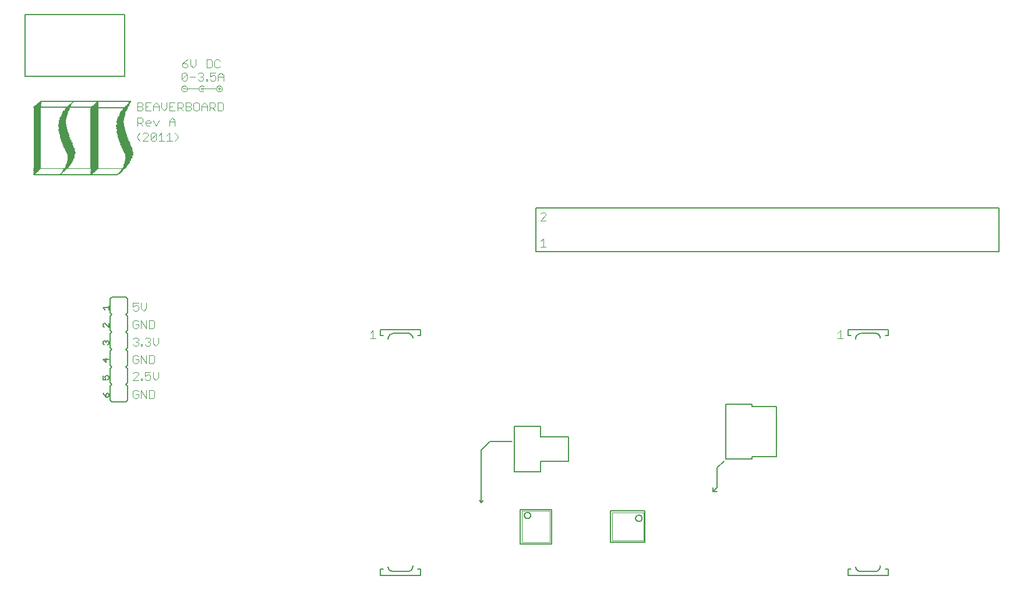
<source format=gto>
G75*
G70*
%OFA0B0*%
%FSLAX24Y24*%
%IPPOS*%
%LPD*%
%AMOC8*
5,1,8,0,0,1.08239X$1,22.5*
%
%ADD10R,0.4830X0.0030*%
%ADD11R,0.4860X0.0030*%
%ADD12R,0.0090X0.0030*%
%ADD13R,0.0060X0.0030*%
%ADD14R,0.0120X0.0030*%
%ADD15R,0.0150X0.0030*%
%ADD16R,0.0180X0.0030*%
%ADD17R,0.0210X0.0030*%
%ADD18R,0.0240X0.0030*%
%ADD19R,0.0270X0.0030*%
%ADD20R,0.0300X0.0030*%
%ADD21R,0.0330X0.0030*%
%ADD22R,0.0360X0.0030*%
%ADD23R,0.0390X0.0030*%
%ADD24R,0.0420X0.0030*%
%ADD25R,0.5220X0.0030*%
%ADD26R,0.5250X0.0030*%
%ADD27R,0.0450X0.0030*%
%ADD28R,0.0480X0.0030*%
%ADD29R,0.0510X0.0030*%
%ADD30R,0.0540X0.0030*%
%ADD31R,0.0570X0.0030*%
%ADD32R,0.2130X0.0030*%
%ADD33R,0.5400X0.0030*%
%ADD34R,0.3720X0.0030*%
%ADD35R,0.5190X0.0030*%
%ADD36C,0.0040*%
%ADD37C,0.0030*%
%ADD38C,0.0060*%
%ADD39C,0.0020*%
%ADD40C,0.0050*%
%ADD41C,0.0080*%
D10*
X003736Y027912D03*
D11*
X003751Y027942D03*
D12*
X002986Y028092D03*
X002956Y028062D03*
X002926Y028032D03*
X002896Y028002D03*
X001366Y027972D03*
X004636Y027972D03*
X003466Y031992D03*
X003496Y032022D03*
X003526Y032052D03*
X003556Y032082D03*
X006796Y032022D03*
D13*
X002881Y027972D03*
D14*
X003031Y028122D03*
X001381Y028002D03*
X004651Y028002D03*
X006181Y027972D03*
X006211Y028002D03*
X006241Y028032D03*
X006271Y028062D03*
X006301Y028092D03*
X006331Y028122D03*
X006361Y028152D03*
X006751Y031962D03*
X006781Y031992D03*
X006811Y032052D03*
X006841Y032082D03*
X004981Y032082D03*
X003451Y031962D03*
X003421Y031932D03*
X001711Y032082D03*
D15*
X003376Y031872D03*
X003406Y031902D03*
X004966Y032052D03*
X006706Y031902D03*
X006736Y031932D03*
X006436Y028242D03*
X006406Y028212D03*
X006376Y028182D03*
X004666Y028032D03*
X003106Y028212D03*
X003076Y028182D03*
X003046Y028152D03*
X001396Y028032D03*
D16*
X001411Y028062D03*
X003121Y028242D03*
X004681Y028062D03*
X006511Y028332D03*
X006661Y031842D03*
X006691Y031872D03*
X004951Y032022D03*
X003361Y031842D03*
X001681Y032052D03*
D17*
X001666Y032022D03*
X003286Y031752D03*
X004936Y031992D03*
X006646Y031812D03*
X006586Y028452D03*
X006556Y028422D03*
X006556Y028392D03*
X006526Y028362D03*
X003256Y028422D03*
X003226Y028392D03*
X003226Y028362D03*
X003196Y028332D03*
X001426Y028092D03*
D18*
X003271Y028452D03*
X003301Y028482D03*
X003331Y028542D03*
X004711Y028092D03*
X006601Y028482D03*
X006541Y031662D03*
X006571Y031692D03*
X006571Y031722D03*
X004921Y031962D03*
X003271Y031722D03*
X003241Y031662D03*
X001651Y031992D03*
D19*
X001636Y031962D03*
X003196Y031602D03*
X003226Y031632D03*
X003256Y031692D03*
X004906Y031932D03*
X006496Y031572D03*
X006526Y031632D03*
X006676Y028602D03*
X006646Y028572D03*
X006646Y028542D03*
X006616Y028512D03*
X004726Y028122D03*
X003376Y028632D03*
X003346Y028572D03*
X003316Y028512D03*
X001456Y028122D03*
D20*
X001471Y028152D03*
X003361Y028602D03*
X003391Y028662D03*
X003421Y028722D03*
X004741Y028152D03*
X006691Y028632D03*
X006691Y028662D03*
X006721Y028692D03*
X006721Y028722D03*
X006451Y031482D03*
X006451Y031512D03*
X006481Y031542D03*
X006511Y031602D03*
X003181Y031572D03*
X003181Y031542D03*
X003151Y031512D03*
X001621Y031932D03*
D21*
X003106Y031422D03*
X003106Y031392D03*
X003076Y031332D03*
X003136Y031452D03*
X003136Y031482D03*
X004876Y031902D03*
X006406Y031422D03*
X006406Y031392D03*
X006436Y031452D03*
X006736Y028752D03*
X004756Y028182D03*
X003436Y028752D03*
X003436Y028782D03*
X003406Y028692D03*
X001486Y028182D03*
D22*
X001501Y028212D03*
X003451Y028812D03*
X003451Y028842D03*
X004771Y028212D03*
X006751Y028782D03*
X006751Y028812D03*
X006751Y028842D03*
X006781Y028902D03*
X006331Y031182D03*
X006361Y031272D03*
X006361Y031302D03*
X006391Y031332D03*
X006391Y031362D03*
X004861Y031872D03*
X003091Y031362D03*
X003061Y031302D03*
X003061Y031272D03*
X003031Y031212D03*
X003001Y031092D03*
X001591Y031902D03*
D23*
X001576Y031872D03*
X003016Y031182D03*
X003016Y031152D03*
X003016Y031122D03*
X002986Y031062D03*
X002986Y031032D03*
X002986Y031002D03*
X002986Y030972D03*
X002986Y030942D03*
X003046Y031242D03*
X004846Y031842D03*
X006346Y031242D03*
X006346Y031212D03*
X006316Y031152D03*
X006316Y031122D03*
X006316Y031092D03*
X006286Y031032D03*
X006286Y031002D03*
X006286Y030972D03*
X006286Y030942D03*
X006286Y030912D03*
X006796Y028932D03*
X006766Y028872D03*
X003466Y028872D03*
X003466Y028902D03*
X003466Y028932D03*
X001516Y028242D03*
D24*
X001531Y028332D03*
X001531Y028362D03*
X001531Y028392D03*
X001531Y028422D03*
X001531Y028452D03*
X001531Y028482D03*
X001531Y028512D03*
X001531Y028542D03*
X001531Y028572D03*
X001531Y028602D03*
X001531Y028632D03*
X001531Y028662D03*
X001531Y028692D03*
X001531Y028722D03*
X001531Y028752D03*
X001531Y028782D03*
X001531Y028812D03*
X001531Y028842D03*
X001531Y028872D03*
X001531Y028902D03*
X001531Y028932D03*
X001531Y028962D03*
X001531Y028992D03*
X001531Y029022D03*
X001531Y029052D03*
X001531Y029082D03*
X001531Y029112D03*
X001531Y029142D03*
X001531Y029172D03*
X001531Y029202D03*
X001531Y029232D03*
X001531Y029262D03*
X001531Y029292D03*
X001531Y029322D03*
X001531Y029352D03*
X001531Y029382D03*
X001531Y029412D03*
X001531Y029442D03*
X001531Y029472D03*
X001531Y029502D03*
X001531Y029532D03*
X001531Y029562D03*
X001531Y029592D03*
X001531Y029622D03*
X001531Y029652D03*
X001531Y029682D03*
X001531Y029712D03*
X001531Y029742D03*
X001531Y029772D03*
X001531Y029802D03*
X001531Y029832D03*
X001531Y029862D03*
X001531Y029892D03*
X001531Y029922D03*
X001531Y029952D03*
X001531Y029982D03*
X001531Y030012D03*
X001531Y030042D03*
X001531Y030072D03*
X001531Y030102D03*
X001531Y030132D03*
X001531Y030162D03*
X001531Y030192D03*
X001531Y030222D03*
X001531Y030252D03*
X001531Y030282D03*
X001531Y030312D03*
X001531Y030342D03*
X001531Y030372D03*
X001531Y030402D03*
X001531Y030432D03*
X001531Y030462D03*
X001531Y030492D03*
X001531Y030522D03*
X001531Y030552D03*
X001531Y030582D03*
X001531Y030612D03*
X001531Y030642D03*
X001531Y030672D03*
X001531Y030702D03*
X001531Y030732D03*
X001531Y030762D03*
X001531Y030792D03*
X001531Y030822D03*
X001531Y030852D03*
X001531Y030882D03*
X001531Y030912D03*
X001531Y030942D03*
X001531Y030972D03*
X001531Y031002D03*
X001531Y031032D03*
X001531Y031062D03*
X001531Y031092D03*
X001531Y031122D03*
X001531Y031152D03*
X001531Y031182D03*
X001531Y031212D03*
X001531Y031242D03*
X001531Y031272D03*
X001531Y031302D03*
X001531Y031332D03*
X001531Y031362D03*
X001531Y031392D03*
X001531Y031422D03*
X001531Y031452D03*
X001531Y031482D03*
X001531Y031512D03*
X001531Y031542D03*
X001531Y031572D03*
X001531Y031602D03*
X001531Y031632D03*
X001531Y031662D03*
X001531Y031692D03*
X001531Y031722D03*
X001531Y031752D03*
X001561Y031842D03*
X002971Y030912D03*
X002971Y030882D03*
X002971Y030852D03*
X003481Y029082D03*
X003481Y029052D03*
X003481Y029022D03*
X003481Y028992D03*
X003481Y028962D03*
X004801Y028242D03*
X006781Y028962D03*
X006781Y028992D03*
X006781Y029022D03*
X006301Y030822D03*
X006301Y030852D03*
X006301Y030882D03*
X006301Y031062D03*
D25*
X004291Y032112D03*
X003931Y028272D03*
D26*
X003946Y028302D03*
D27*
X004816Y028332D03*
X004816Y028362D03*
X004816Y028392D03*
X004816Y028422D03*
X004816Y028452D03*
X004816Y028482D03*
X004816Y028512D03*
X004816Y028542D03*
X004816Y028572D03*
X004816Y028602D03*
X004816Y028632D03*
X004816Y028662D03*
X004816Y028692D03*
X004816Y028722D03*
X004816Y028752D03*
X004816Y028782D03*
X004816Y028812D03*
X004816Y028842D03*
X004816Y028872D03*
X004816Y028902D03*
X004816Y028932D03*
X004816Y028962D03*
X004816Y028992D03*
X004816Y029022D03*
X004816Y029052D03*
X004816Y029082D03*
X004816Y029112D03*
X004816Y029142D03*
X004816Y029172D03*
X004816Y029202D03*
X004816Y029232D03*
X004816Y029262D03*
X004816Y029292D03*
X004816Y029322D03*
X004816Y029352D03*
X004816Y029382D03*
X004816Y029412D03*
X004816Y029442D03*
X004816Y029472D03*
X004816Y029502D03*
X004816Y029532D03*
X004816Y029562D03*
X004816Y029592D03*
X004816Y029622D03*
X004816Y029652D03*
X004816Y029682D03*
X004816Y029712D03*
X004816Y029742D03*
X004816Y029772D03*
X004816Y029802D03*
X004816Y029832D03*
X004816Y029862D03*
X004816Y029892D03*
X004816Y029922D03*
X004816Y029952D03*
X004816Y029982D03*
X004816Y030012D03*
X004816Y030042D03*
X004816Y030072D03*
X004816Y030102D03*
X004816Y030132D03*
X004816Y030162D03*
X004816Y030192D03*
X004816Y030222D03*
X004816Y030252D03*
X004816Y030282D03*
X004816Y030312D03*
X004816Y030342D03*
X004816Y030372D03*
X004816Y030402D03*
X004816Y030432D03*
X004816Y030462D03*
X004816Y030492D03*
X004816Y030522D03*
X004816Y030552D03*
X004816Y030582D03*
X004816Y030612D03*
X004816Y030642D03*
X004816Y030672D03*
X004816Y030702D03*
X004816Y030732D03*
X004816Y030762D03*
X004816Y030792D03*
X004816Y030822D03*
X004816Y030852D03*
X004816Y030882D03*
X004816Y030912D03*
X004816Y030942D03*
X004816Y030972D03*
X004816Y031002D03*
X004816Y031032D03*
X004816Y031062D03*
X004816Y031092D03*
X004816Y031122D03*
X004816Y031152D03*
X004816Y031182D03*
X004816Y031212D03*
X004816Y031242D03*
X004816Y031272D03*
X004816Y031302D03*
X004816Y031332D03*
X004816Y031362D03*
X004816Y031392D03*
X004816Y031422D03*
X004816Y031452D03*
X004816Y031482D03*
X004816Y031512D03*
X004816Y031542D03*
X004816Y031572D03*
X004816Y031602D03*
X004816Y031632D03*
X004816Y031662D03*
X004816Y031692D03*
X004816Y031722D03*
X006286Y030792D03*
X006286Y030762D03*
X006286Y030732D03*
X006286Y030702D03*
X006796Y029112D03*
X006796Y029082D03*
X006796Y029052D03*
X002986Y030672D03*
X002986Y030702D03*
X002986Y030732D03*
X002986Y030762D03*
X002986Y030792D03*
X002986Y030822D03*
D28*
X003001Y030642D03*
X003001Y030612D03*
X003001Y030582D03*
X003001Y030552D03*
X003031Y030432D03*
X003481Y029172D03*
X003481Y029142D03*
X003481Y029112D03*
X006331Y030462D03*
X006331Y030492D03*
X006331Y030522D03*
X006301Y030582D03*
X006301Y030612D03*
X006301Y030642D03*
X006301Y030672D03*
X006781Y029172D03*
X006781Y029142D03*
D29*
X006766Y029202D03*
X006766Y029232D03*
X006376Y030252D03*
X006376Y030282D03*
X006346Y030342D03*
X006346Y030372D03*
X006346Y030402D03*
X006346Y030432D03*
X006316Y030552D03*
X003466Y029232D03*
X003466Y029202D03*
X003436Y029292D03*
X003076Y030252D03*
X003046Y030342D03*
X003046Y030372D03*
X003046Y030402D03*
X003016Y030462D03*
X003016Y030492D03*
X003016Y030522D03*
D30*
X003061Y030312D03*
X003061Y030282D03*
X003091Y030222D03*
X003091Y030192D03*
X003091Y030162D03*
X003121Y030132D03*
X003121Y030102D03*
X003121Y030072D03*
X003151Y030012D03*
X003151Y029982D03*
X003181Y029922D03*
X003211Y029832D03*
X003241Y029772D03*
X003271Y029682D03*
X003301Y029622D03*
X003331Y029532D03*
X003361Y029472D03*
X003391Y029412D03*
X003421Y029352D03*
X003421Y029322D03*
X003451Y029262D03*
X006391Y030162D03*
X006391Y030192D03*
X006391Y030222D03*
X006421Y030132D03*
X006421Y030102D03*
X006451Y030042D03*
X006451Y030012D03*
X006481Y029952D03*
X006481Y029922D03*
X006511Y029862D03*
X006541Y029772D03*
X006571Y029712D03*
X006601Y029622D03*
X006631Y029562D03*
X006661Y029502D03*
X006691Y029412D03*
X006721Y029352D03*
X006721Y029322D03*
X006751Y029292D03*
X006751Y029262D03*
X006361Y030312D03*
D31*
X006436Y030072D03*
X006466Y029982D03*
X006496Y029892D03*
X006526Y029832D03*
X006526Y029802D03*
X006556Y029742D03*
X006586Y029682D03*
X006586Y029652D03*
X006616Y029592D03*
X006646Y029532D03*
X006676Y029472D03*
X006676Y029442D03*
X006706Y029382D03*
X003406Y029382D03*
X003376Y029442D03*
X003346Y029502D03*
X003316Y029562D03*
X003316Y029592D03*
X003286Y029652D03*
X003256Y029712D03*
X003256Y029742D03*
X003226Y029802D03*
X003196Y029862D03*
X003196Y029892D03*
X003166Y029952D03*
X003136Y030042D03*
D32*
X005656Y031752D03*
D33*
X004021Y031782D03*
D34*
X003181Y031812D03*
D35*
X004306Y032142D03*
D36*
X007266Y032083D02*
X007266Y031622D01*
X007497Y031622D01*
X007573Y031699D01*
X007573Y031776D01*
X007497Y031853D01*
X007266Y031853D01*
X007266Y032083D02*
X007497Y032083D01*
X007573Y032006D01*
X007573Y031929D01*
X007497Y031853D01*
X007727Y031853D02*
X007880Y031853D01*
X007727Y032083D02*
X007727Y031622D01*
X008034Y031622D01*
X008187Y031622D02*
X008187Y031929D01*
X008341Y032083D01*
X008494Y031929D01*
X008494Y031622D01*
X008648Y031776D02*
X008801Y031622D01*
X008954Y031776D01*
X008954Y032083D01*
X009108Y032083D02*
X009108Y031622D01*
X009415Y031622D01*
X009568Y031622D02*
X009568Y032083D01*
X009798Y032083D01*
X009875Y032006D01*
X009875Y031853D01*
X009798Y031776D01*
X009568Y031776D01*
X009722Y031776D02*
X009875Y031622D01*
X010029Y031622D02*
X010259Y031622D01*
X010335Y031699D01*
X010335Y031776D01*
X010259Y031853D01*
X010029Y031853D01*
X010259Y031853D02*
X010335Y031929D01*
X010335Y032006D01*
X010259Y032083D01*
X010029Y032083D01*
X010029Y031622D01*
X010489Y031699D02*
X010489Y032006D01*
X010566Y032083D01*
X010719Y032083D01*
X010796Y032006D01*
X010796Y031699D01*
X010719Y031622D01*
X010566Y031622D01*
X010489Y031699D01*
X010949Y031622D02*
X010949Y031929D01*
X011103Y032083D01*
X011256Y031929D01*
X011256Y031622D01*
X011410Y031622D02*
X011410Y032083D01*
X011640Y032083D01*
X011717Y032006D01*
X011717Y031853D01*
X011640Y031776D01*
X011410Y031776D01*
X011563Y031776D02*
X011717Y031622D01*
X011870Y031622D02*
X012100Y031622D01*
X012177Y031699D01*
X012177Y032006D01*
X012100Y032083D01*
X011870Y032083D01*
X011870Y031622D01*
X011256Y031853D02*
X010949Y031853D01*
X010966Y033332D02*
X010813Y033332D01*
X010736Y033409D01*
X010889Y033563D02*
X010966Y033563D01*
X011043Y033486D01*
X011043Y033409D01*
X010966Y033332D01*
X011196Y033332D02*
X011273Y033332D01*
X011273Y033409D01*
X011196Y033409D01*
X011196Y033332D01*
X011426Y033409D02*
X011503Y033332D01*
X011657Y033332D01*
X011733Y033409D01*
X011733Y033563D01*
X011657Y033639D01*
X011580Y033639D01*
X011426Y033563D01*
X011426Y033793D01*
X011733Y033793D01*
X011887Y033639D02*
X012040Y033793D01*
X012194Y033639D01*
X012194Y033332D01*
X012194Y033563D02*
X011887Y033563D01*
X011887Y033639D02*
X011887Y033332D01*
X011043Y033639D02*
X010966Y033563D01*
X011043Y033639D02*
X011043Y033716D01*
X010966Y033793D01*
X010813Y033793D01*
X010736Y033716D01*
X010582Y033563D02*
X010276Y033563D01*
X010122Y033716D02*
X009815Y033409D01*
X009892Y033332D01*
X010045Y033332D01*
X010122Y033409D01*
X010122Y033716D01*
X010045Y033793D01*
X009892Y033793D01*
X009815Y033716D01*
X009815Y033409D01*
X009923Y034082D02*
X010077Y034082D01*
X010153Y034159D01*
X010153Y034236D01*
X010077Y034313D01*
X009846Y034313D01*
X009846Y034159D01*
X009923Y034082D01*
X009846Y034313D02*
X010000Y034466D01*
X010153Y034543D01*
X010307Y034543D02*
X010307Y034236D01*
X010460Y034082D01*
X010614Y034236D01*
X010614Y034543D01*
X011228Y034543D02*
X011228Y034082D01*
X011458Y034082D01*
X011534Y034159D01*
X011534Y034466D01*
X011458Y034543D01*
X011228Y034543D01*
X011688Y034466D02*
X011688Y034159D01*
X011765Y034082D01*
X011918Y034082D01*
X011995Y034159D01*
X011995Y034466D02*
X011918Y034543D01*
X011765Y034543D01*
X011688Y034466D01*
X009415Y032083D02*
X009108Y032083D01*
X009108Y031853D02*
X009261Y031853D01*
X008648Y031776D02*
X008648Y032083D01*
X008494Y031853D02*
X008187Y031853D01*
X008034Y032083D02*
X007727Y032083D01*
X007497Y031223D02*
X007573Y031146D01*
X007573Y030993D01*
X007497Y030916D01*
X007266Y030916D01*
X007266Y030762D02*
X007266Y031223D01*
X007497Y031223D01*
X007420Y030916D02*
X007573Y030762D01*
X007727Y030839D02*
X007727Y030993D01*
X007804Y031069D01*
X007957Y031069D01*
X008034Y030993D01*
X008034Y030916D01*
X007727Y030916D01*
X007727Y030839D02*
X007804Y030762D01*
X007957Y030762D01*
X008187Y031069D02*
X008341Y030762D01*
X008494Y031069D01*
X009108Y031069D02*
X009261Y031223D01*
X009415Y031069D01*
X009415Y030762D01*
X009415Y030993D02*
X009108Y030993D01*
X009108Y031069D02*
X009108Y030762D01*
X009108Y030348D02*
X008954Y030194D01*
X009108Y030348D02*
X009108Y029887D01*
X009261Y029887D02*
X008954Y029887D01*
X008801Y029887D02*
X008494Y029887D01*
X008647Y029887D02*
X008647Y030348D01*
X008494Y030194D01*
X008341Y030271D02*
X008034Y029964D01*
X008110Y029887D01*
X008264Y029887D01*
X008341Y029964D01*
X008341Y030271D01*
X008264Y030348D01*
X008110Y030348D01*
X008034Y030271D01*
X008034Y029964D01*
X007880Y029887D02*
X007573Y029887D01*
X007880Y030194D01*
X007880Y030271D01*
X007804Y030348D01*
X007650Y030348D01*
X007573Y030271D01*
X007420Y030348D02*
X007266Y030194D01*
X007266Y030041D01*
X007420Y029887D01*
X009415Y029887D02*
X009568Y030041D01*
X009568Y030194D01*
X009415Y030348D01*
X007784Y020630D02*
X007784Y020323D01*
X007630Y020170D01*
X007477Y020323D01*
X007477Y020630D01*
X007323Y020630D02*
X007016Y020630D01*
X007016Y020400D01*
X007170Y020477D01*
X007247Y020477D01*
X007323Y020400D01*
X007323Y020247D01*
X007247Y020170D01*
X007093Y020170D01*
X007016Y020247D01*
X007093Y019630D02*
X007016Y019554D01*
X007016Y019247D01*
X007093Y019170D01*
X007247Y019170D01*
X007323Y019247D01*
X007323Y019400D01*
X007170Y019400D01*
X007323Y019554D02*
X007247Y019630D01*
X007093Y019630D01*
X007477Y019630D02*
X007784Y019170D01*
X007784Y019630D01*
X007937Y019630D02*
X008167Y019630D01*
X008244Y019554D01*
X008244Y019247D01*
X008167Y019170D01*
X007937Y019170D01*
X007937Y019630D01*
X007477Y019630D02*
X007477Y019170D01*
X007247Y018630D02*
X007323Y018554D01*
X007323Y018477D01*
X007247Y018400D01*
X007323Y018323D01*
X007323Y018247D01*
X007247Y018170D01*
X007093Y018170D01*
X007016Y018247D01*
X007170Y018400D02*
X007247Y018400D01*
X007247Y018630D02*
X007093Y018630D01*
X007016Y018554D01*
X007477Y018247D02*
X007554Y018247D01*
X007554Y018170D01*
X007477Y018170D01*
X007477Y018247D01*
X007707Y018247D02*
X007784Y018170D01*
X007937Y018170D01*
X008014Y018247D01*
X008014Y018323D01*
X007937Y018400D01*
X007860Y018400D01*
X007937Y018400D02*
X008014Y018477D01*
X008014Y018554D01*
X007937Y018630D01*
X007784Y018630D01*
X007707Y018554D01*
X008167Y018630D02*
X008167Y018323D01*
X008321Y018170D01*
X008474Y018323D01*
X008474Y018630D01*
X008167Y017630D02*
X007937Y017630D01*
X007937Y017170D01*
X008167Y017170D01*
X008244Y017247D01*
X008244Y017554D01*
X008167Y017630D01*
X007784Y017630D02*
X007784Y017170D01*
X007477Y017630D01*
X007477Y017170D01*
X007323Y017247D02*
X007323Y017400D01*
X007170Y017400D01*
X007323Y017247D02*
X007247Y017170D01*
X007093Y017170D01*
X007016Y017247D01*
X007016Y017554D01*
X007093Y017630D01*
X007247Y017630D01*
X007323Y017554D01*
X007247Y016662D02*
X007093Y016662D01*
X007016Y016585D01*
X007247Y016662D02*
X007323Y016585D01*
X007323Y016508D01*
X007016Y016201D01*
X007323Y016201D01*
X007477Y016201D02*
X007554Y016201D01*
X007554Y016278D01*
X007477Y016278D01*
X007477Y016201D01*
X007707Y016278D02*
X007784Y016201D01*
X007937Y016201D01*
X008014Y016278D01*
X008014Y016431D01*
X007937Y016508D01*
X007860Y016508D01*
X007707Y016431D01*
X007707Y016662D01*
X008014Y016662D01*
X008167Y016662D02*
X008167Y016355D01*
X008321Y016201D01*
X008474Y016355D01*
X008474Y016662D01*
X008167Y015630D02*
X007937Y015630D01*
X007937Y015170D01*
X008167Y015170D01*
X008244Y015247D01*
X008244Y015554D01*
X008167Y015630D01*
X007784Y015630D02*
X007784Y015170D01*
X007477Y015630D01*
X007477Y015170D01*
X007323Y015247D02*
X007323Y015400D01*
X007170Y015400D01*
X007323Y015247D02*
X007247Y015170D01*
X007093Y015170D01*
X007016Y015247D01*
X007016Y015554D01*
X007093Y015630D01*
X007247Y015630D01*
X007323Y015554D01*
X020596Y018582D02*
X020903Y018582D01*
X020750Y018582D02*
X020750Y019043D01*
X020596Y018889D01*
X030346Y023832D02*
X030653Y023832D01*
X030500Y023832D02*
X030500Y024293D01*
X030346Y024139D01*
X030346Y025332D02*
X030653Y025639D01*
X030653Y025716D01*
X030577Y025793D01*
X030423Y025793D01*
X030346Y025716D01*
X030346Y025332D02*
X030653Y025332D01*
X047346Y018889D02*
X047500Y019043D01*
X047500Y018582D01*
X047653Y018582D02*
X047346Y018582D01*
D37*
X012045Y032875D02*
X011858Y032875D01*
X011785Y032871D02*
X011002Y032872D01*
X011058Y032744D02*
X011037Y032730D01*
X011015Y032719D01*
X010991Y032712D01*
X010966Y032708D01*
X010941Y032708D01*
X010917Y032712D01*
X010893Y032720D01*
X010870Y032730D01*
X010850Y032744D01*
X010832Y032761D01*
X010816Y032781D01*
X010804Y032803D01*
X010794Y032826D01*
X010789Y032850D01*
X010787Y032875D01*
X010789Y032900D01*
X010794Y032924D01*
X010804Y032947D01*
X010816Y032969D01*
X010832Y032989D01*
X010850Y033006D01*
X010870Y033020D01*
X010893Y033030D01*
X010917Y033038D01*
X010941Y033042D01*
X010966Y033042D01*
X010991Y033038D01*
X011015Y033031D01*
X011037Y033020D01*
X011058Y033006D01*
X010901Y032875D02*
X010903Y032888D01*
X010908Y032901D01*
X010917Y032912D01*
X010928Y032919D01*
X010941Y032924D01*
X010954Y032925D01*
X010968Y032922D01*
X010980Y032916D01*
X010990Y032907D01*
X010997Y032895D01*
X011001Y032882D01*
X011001Y032868D01*
X010997Y032855D01*
X010990Y032843D01*
X010980Y032834D01*
X010968Y032828D01*
X010954Y032825D01*
X010941Y032826D01*
X010928Y032831D01*
X010917Y032838D01*
X010908Y032849D01*
X010903Y032862D01*
X010901Y032875D01*
X010788Y032878D02*
X010121Y032878D01*
X010045Y032875D02*
X009858Y032875D01*
X009783Y032875D02*
X009785Y032901D01*
X009791Y032926D01*
X009800Y032950D01*
X009814Y032972D01*
X009830Y032991D01*
X009849Y033009D01*
X009871Y033023D01*
X009894Y033033D01*
X009919Y033040D01*
X009945Y033043D01*
X009970Y033042D01*
X009996Y033037D01*
X010020Y033028D01*
X010042Y033016D01*
X010063Y033000D01*
X010081Y032982D01*
X010095Y032961D01*
X010107Y032938D01*
X010115Y032913D01*
X010119Y032888D01*
X010119Y032862D01*
X010115Y032837D01*
X010107Y032812D01*
X010095Y032789D01*
X010081Y032768D01*
X010063Y032750D01*
X010042Y032734D01*
X010020Y032722D01*
X009996Y032713D01*
X009970Y032708D01*
X009945Y032707D01*
X009919Y032710D01*
X009894Y032717D01*
X009871Y032727D01*
X009849Y032741D01*
X009830Y032759D01*
X009814Y032778D01*
X009800Y032800D01*
X009791Y032824D01*
X009785Y032849D01*
X009783Y032875D01*
X009785Y032901D01*
X009791Y032926D01*
X009800Y032950D01*
X009814Y032972D01*
X009830Y032991D01*
X009849Y033009D01*
X009871Y033023D01*
X009894Y033033D01*
X009919Y033040D01*
X009945Y033043D01*
X009970Y033042D01*
X009996Y033037D01*
X010020Y033028D01*
X010042Y033016D01*
X010063Y033000D01*
X010081Y032982D01*
X010095Y032961D01*
X010107Y032938D01*
X010115Y032913D01*
X010119Y032888D01*
X010119Y032862D01*
X010115Y032837D01*
X010107Y032812D01*
X010095Y032789D01*
X010081Y032768D01*
X010063Y032750D01*
X010042Y032734D01*
X010020Y032722D01*
X009996Y032713D01*
X009970Y032708D01*
X009945Y032707D01*
X009919Y032710D01*
X009894Y032717D01*
X009871Y032727D01*
X009849Y032741D01*
X009830Y032759D01*
X009814Y032778D01*
X009800Y032800D01*
X009791Y032824D01*
X009785Y032849D01*
X009783Y032875D01*
X011783Y032875D02*
X011785Y032901D01*
X011791Y032926D01*
X011800Y032950D01*
X011814Y032972D01*
X011830Y032991D01*
X011849Y033009D01*
X011871Y033023D01*
X011894Y033033D01*
X011919Y033040D01*
X011945Y033043D01*
X011970Y033042D01*
X011996Y033037D01*
X012020Y033028D01*
X012042Y033016D01*
X012063Y033000D01*
X012081Y032982D01*
X012095Y032961D01*
X012107Y032938D01*
X012115Y032913D01*
X012119Y032888D01*
X012119Y032862D01*
X012115Y032837D01*
X012107Y032812D01*
X012095Y032789D01*
X012081Y032768D01*
X012063Y032750D01*
X012042Y032734D01*
X012020Y032722D01*
X011996Y032713D01*
X011970Y032708D01*
X011945Y032707D01*
X011919Y032710D01*
X011894Y032717D01*
X011871Y032727D01*
X011849Y032741D01*
X011830Y032759D01*
X011814Y032778D01*
X011800Y032800D01*
X011791Y032824D01*
X011785Y032849D01*
X011783Y032875D01*
X011951Y032969D02*
X011951Y032781D01*
D38*
X005701Y015037D02*
X005801Y014937D01*
X006601Y014937D01*
X006701Y015037D01*
X006701Y015837D01*
X006601Y015937D01*
X006701Y016037D01*
X006701Y016837D01*
X006601Y016937D01*
X006701Y017037D01*
X006701Y017837D01*
X006601Y017937D01*
X006701Y018037D01*
X006701Y018837D01*
X006601Y018937D01*
X006701Y019037D01*
X006701Y019837D01*
X006601Y019937D01*
X006701Y020037D01*
X006701Y020837D01*
X006601Y020937D01*
X005801Y020937D01*
X005701Y020837D01*
X005701Y020037D01*
X005801Y019937D01*
X005701Y019837D01*
X005701Y019037D01*
X005801Y018937D01*
X005701Y018837D01*
X005701Y018037D01*
X005801Y017937D01*
X005701Y017837D01*
X005701Y017037D01*
X005801Y016937D01*
X005701Y016837D01*
X005701Y016037D01*
X005801Y015937D01*
X005701Y015837D01*
X005701Y015037D01*
X026826Y009312D02*
X026951Y009187D01*
X027076Y009312D01*
X026951Y009187D02*
X026951Y012187D01*
X027451Y012687D01*
X028701Y012687D01*
X028826Y013562D02*
X030326Y013562D01*
X030326Y012937D01*
X031951Y012937D01*
X031951Y011562D01*
X030326Y011562D01*
X030326Y010937D01*
X028826Y010937D01*
X028826Y013562D01*
X029178Y008802D02*
X030975Y008802D01*
X030975Y006822D01*
X029178Y006822D01*
X029178Y008802D01*
X029416Y008452D02*
X029418Y008478D01*
X029424Y008504D01*
X029433Y008528D01*
X029446Y008551D01*
X029462Y008572D01*
X029481Y008590D01*
X029502Y008606D01*
X029526Y008618D01*
X029550Y008626D01*
X029576Y008631D01*
X029603Y008632D01*
X029629Y008629D01*
X029654Y008622D01*
X029678Y008612D01*
X029701Y008598D01*
X029721Y008582D01*
X029738Y008562D01*
X029753Y008540D01*
X029764Y008516D01*
X029772Y008491D01*
X029776Y008465D01*
X029776Y008439D01*
X029772Y008413D01*
X029764Y008388D01*
X029753Y008364D01*
X029738Y008342D01*
X029721Y008322D01*
X029701Y008306D01*
X029678Y008292D01*
X029654Y008282D01*
X029629Y008275D01*
X029603Y008272D01*
X029576Y008273D01*
X029550Y008278D01*
X029526Y008286D01*
X029502Y008298D01*
X029481Y008314D01*
X029462Y008332D01*
X029446Y008353D01*
X029433Y008376D01*
X029424Y008400D01*
X029418Y008426D01*
X029416Y008452D01*
X034336Y008711D02*
X034336Y006914D01*
X036316Y006914D01*
X036316Y008711D01*
X034336Y008711D01*
X035786Y008292D02*
X035788Y008318D01*
X035794Y008344D01*
X035803Y008368D01*
X035816Y008391D01*
X035832Y008412D01*
X035851Y008430D01*
X035872Y008446D01*
X035896Y008458D01*
X035920Y008466D01*
X035946Y008471D01*
X035973Y008472D01*
X035999Y008469D01*
X036024Y008462D01*
X036048Y008452D01*
X036071Y008438D01*
X036091Y008422D01*
X036108Y008402D01*
X036123Y008380D01*
X036134Y008356D01*
X036142Y008331D01*
X036146Y008305D01*
X036146Y008279D01*
X036142Y008253D01*
X036134Y008228D01*
X036123Y008204D01*
X036108Y008182D01*
X036091Y008162D01*
X036071Y008146D01*
X036048Y008132D01*
X036024Y008122D01*
X035999Y008115D01*
X035973Y008112D01*
X035946Y008113D01*
X035920Y008118D01*
X035896Y008126D01*
X035872Y008138D01*
X035851Y008154D01*
X035832Y008172D01*
X035816Y008193D01*
X035803Y008216D01*
X035794Y008240D01*
X035788Y008266D01*
X035786Y008292D01*
X040201Y009812D02*
X040201Y010062D01*
X040201Y009812D02*
X040451Y009812D01*
X040451Y010062D02*
X040201Y009812D01*
X040451Y010062D02*
X040451Y011187D01*
X040826Y011562D01*
X040951Y011687D02*
X042451Y011687D01*
X042451Y011812D01*
X043826Y011812D01*
X043826Y014687D01*
X042451Y014687D01*
X042451Y014812D01*
X040951Y014812D01*
X040951Y011687D01*
D39*
X036226Y008621D02*
X036226Y007004D01*
X034426Y007004D01*
X034426Y008621D01*
X036226Y008621D01*
X030885Y008712D02*
X030885Y006912D01*
X029268Y006912D01*
X029268Y008712D01*
X030885Y008712D01*
D40*
X030076Y023562D02*
X056576Y023562D01*
X056576Y026062D01*
X030076Y026062D01*
X030076Y023562D01*
X006535Y033580D02*
X000826Y033580D01*
X000826Y037123D01*
X006535Y037123D01*
X006535Y033580D01*
X005641Y020455D02*
X005641Y020228D01*
X005641Y020342D02*
X005301Y020342D01*
X005415Y020228D01*
X005415Y019455D02*
X005358Y019455D01*
X005301Y019398D01*
X005301Y019285D01*
X005358Y019228D01*
X005415Y019455D02*
X005641Y019228D01*
X005641Y019455D01*
X005585Y018455D02*
X005641Y018398D01*
X005641Y018285D01*
X005585Y018228D01*
X005471Y018342D02*
X005471Y018398D01*
X005528Y018455D01*
X005585Y018455D01*
X005471Y018398D02*
X005415Y018455D01*
X005358Y018455D01*
X005301Y018398D01*
X005301Y018285D01*
X005358Y018228D01*
X005471Y017455D02*
X005471Y017228D01*
X005301Y017398D01*
X005641Y017398D01*
X005585Y016455D02*
X005641Y016398D01*
X005641Y016285D01*
X005585Y016228D01*
X005471Y016228D02*
X005415Y016342D01*
X005415Y016398D01*
X005471Y016455D01*
X005585Y016455D01*
X005471Y016228D02*
X005301Y016228D01*
X005301Y016455D01*
X005301Y015455D02*
X005358Y015342D01*
X005471Y015228D01*
X005471Y015398D01*
X005528Y015455D01*
X005585Y015455D01*
X005641Y015398D01*
X005641Y015285D01*
X005585Y015228D01*
X005471Y015228D01*
D41*
X021177Y018740D02*
X021177Y019078D01*
X023476Y019078D01*
X023476Y018747D01*
X023311Y018747D01*
X023035Y018606D02*
X023031Y018638D01*
X023024Y018669D01*
X023013Y018699D01*
X022998Y018728D01*
X022981Y018756D01*
X022960Y018781D01*
X022937Y018803D01*
X022912Y018823D01*
X022884Y018840D01*
X022855Y018853D01*
X022824Y018864D01*
X022793Y018871D01*
X022761Y018874D01*
X022728Y018873D01*
X021941Y018873D01*
X021933Y018874D02*
X021900Y018872D01*
X021867Y018866D01*
X021835Y018857D01*
X021804Y018845D01*
X021774Y018829D01*
X021746Y018811D01*
X021721Y018789D01*
X021697Y018766D01*
X021677Y018739D01*
X021659Y018711D01*
X021644Y018681D01*
X021632Y018650D01*
X021624Y018617D01*
X021619Y018584D01*
X021618Y018551D01*
X021342Y018740D02*
X021177Y018740D01*
X021618Y005519D02*
X021622Y005487D01*
X021629Y005456D01*
X021640Y005426D01*
X021655Y005397D01*
X021672Y005369D01*
X021693Y005344D01*
X021716Y005322D01*
X021741Y005302D01*
X021769Y005285D01*
X021798Y005272D01*
X021829Y005261D01*
X021860Y005254D01*
X021892Y005251D01*
X021925Y005252D01*
X021925Y005251D02*
X022712Y005251D01*
X022720Y005251D02*
X022753Y005253D01*
X022786Y005259D01*
X022818Y005268D01*
X022849Y005280D01*
X022879Y005296D01*
X022907Y005314D01*
X022932Y005336D01*
X022956Y005359D01*
X022976Y005386D01*
X022994Y005414D01*
X023009Y005444D01*
X023021Y005475D01*
X023029Y005508D01*
X023034Y005541D01*
X023035Y005574D01*
X023311Y005385D02*
X023476Y005385D01*
X023476Y005031D01*
X021177Y005031D01*
X021177Y005377D01*
X021342Y005377D01*
X047927Y005377D02*
X048092Y005377D01*
X047927Y005377D02*
X047927Y005031D01*
X050226Y005031D01*
X050226Y005385D01*
X050061Y005385D01*
X049462Y005251D02*
X048675Y005251D01*
X048675Y005252D02*
X048642Y005251D01*
X048610Y005254D01*
X048579Y005261D01*
X048548Y005272D01*
X048519Y005285D01*
X048491Y005302D01*
X048466Y005322D01*
X048443Y005344D01*
X048422Y005369D01*
X048405Y005397D01*
X048390Y005426D01*
X048379Y005456D01*
X048372Y005487D01*
X048368Y005519D01*
X049470Y005251D02*
X049503Y005253D01*
X049536Y005259D01*
X049568Y005268D01*
X049599Y005280D01*
X049629Y005296D01*
X049657Y005314D01*
X049682Y005336D01*
X049706Y005359D01*
X049726Y005386D01*
X049744Y005414D01*
X049759Y005444D01*
X049771Y005475D01*
X049779Y005508D01*
X049784Y005541D01*
X049785Y005574D01*
X049785Y018606D02*
X049781Y018638D01*
X049774Y018669D01*
X049763Y018699D01*
X049748Y018728D01*
X049731Y018756D01*
X049710Y018781D01*
X049687Y018803D01*
X049662Y018823D01*
X049634Y018840D01*
X049605Y018853D01*
X049574Y018864D01*
X049543Y018871D01*
X049511Y018874D01*
X049478Y018873D01*
X048691Y018873D01*
X048683Y018874D02*
X048650Y018872D01*
X048617Y018866D01*
X048585Y018857D01*
X048554Y018845D01*
X048524Y018829D01*
X048496Y018811D01*
X048471Y018789D01*
X048447Y018766D01*
X048427Y018739D01*
X048409Y018711D01*
X048394Y018681D01*
X048382Y018650D01*
X048374Y018617D01*
X048369Y018584D01*
X048368Y018551D01*
X048092Y018740D02*
X047927Y018740D01*
X047927Y019078D01*
X050226Y019078D01*
X050226Y018747D01*
X050061Y018747D01*
M02*

</source>
